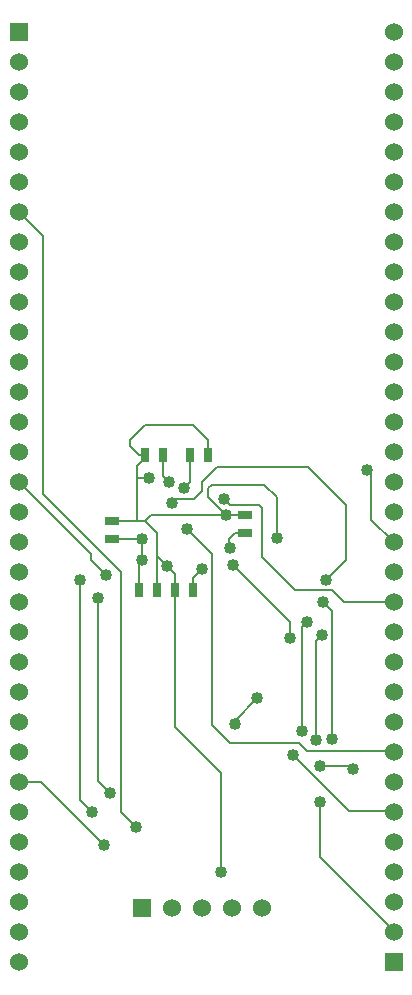
<source format=gbl>
G04 (created by PCBNEW (2013-05-31 BZR 4019)-stable) date 7/10/2013 3:54:15 PM*
%MOIN*%
G04 Gerber Fmt 3.4, Leading zero omitted, Abs format*
%FSLAX34Y34*%
G01*
G70*
G90*
G04 APERTURE LIST*
%ADD10C,0.00590551*%
%ADD11R,0.025X0.045*%
%ADD12R,0.045X0.025*%
%ADD13R,0.06X0.06*%
%ADD14C,0.06*%
%ADD15C,0.04*%
%ADD16C,0.007*%
G04 APERTURE END LIST*
G54D10*
G54D11*
X26900Y-20150D03*
X26300Y-20150D03*
X24600Y-24650D03*
X25200Y-24650D03*
G54D12*
X23700Y-22350D03*
X23700Y-22950D03*
G54D11*
X25800Y-24650D03*
X26400Y-24650D03*
X24800Y-20150D03*
X25400Y-20150D03*
G54D12*
X28150Y-22750D03*
X28150Y-22150D03*
G54D13*
X24700Y-35250D03*
G54D14*
X25700Y-35250D03*
X26700Y-35250D03*
X27700Y-35250D03*
X28700Y-35250D03*
X20600Y-22050D03*
X20600Y-30050D03*
X20600Y-28050D03*
X20600Y-26050D03*
X20600Y-24050D03*
X20600Y-37050D03*
X20600Y-35050D03*
X20600Y-33050D03*
X20600Y-31050D03*
X20600Y-29050D03*
X20600Y-36050D03*
X20600Y-27050D03*
X20600Y-34050D03*
X20600Y-25050D03*
X20600Y-32050D03*
X20600Y-23050D03*
G54D13*
X20600Y-6050D03*
G54D14*
X20600Y-7050D03*
X20600Y-16050D03*
X20600Y-9050D03*
X20600Y-18050D03*
X20600Y-11050D03*
X20600Y-20050D03*
X20600Y-13050D03*
X20600Y-15050D03*
X20600Y-17050D03*
X20600Y-19050D03*
X20600Y-21050D03*
X20600Y-8050D03*
X20600Y-10050D03*
X20600Y-12050D03*
X20600Y-14050D03*
G54D13*
X33100Y-37050D03*
G54D14*
X33100Y-36050D03*
X33100Y-27050D03*
X33100Y-34050D03*
X33100Y-25050D03*
X33100Y-32050D03*
X33100Y-23050D03*
X33100Y-30050D03*
X33100Y-21050D03*
X33100Y-28050D03*
X33100Y-19050D03*
X33100Y-26050D03*
X33100Y-17050D03*
X33100Y-24050D03*
X33100Y-15050D03*
X33100Y-22050D03*
X33100Y-13050D03*
X33100Y-20050D03*
X33100Y-11050D03*
X33100Y-18050D03*
X33100Y-9050D03*
X33100Y-16050D03*
X33100Y-7050D03*
X33100Y-14050D03*
X33100Y-12050D03*
X33100Y-10050D03*
X33100Y-6050D03*
X33100Y-35050D03*
X33100Y-33050D03*
X33100Y-31050D03*
X33100Y-29050D03*
X33100Y-8050D03*
G54D15*
X24950Y-20900D03*
X27350Y-34050D03*
X25550Y-23850D03*
X29200Y-22900D03*
X27500Y-22150D03*
X30750Y-25050D03*
X31050Y-29600D03*
X30500Y-29650D03*
X30700Y-26150D03*
X30050Y-29350D03*
X30200Y-25700D03*
X27750Y-23800D03*
X29650Y-26250D03*
X31750Y-30600D03*
X30650Y-30500D03*
X30650Y-31700D03*
X27800Y-29100D03*
X28550Y-28250D03*
X27450Y-21600D03*
X32200Y-20650D03*
X26200Y-22600D03*
X30850Y-24300D03*
X25700Y-21750D03*
X26100Y-21250D03*
X23500Y-24150D03*
X23250Y-24900D03*
X23650Y-31400D03*
X23050Y-32050D03*
X22650Y-24300D03*
X24500Y-32550D03*
X29750Y-30150D03*
X24700Y-23650D03*
X27650Y-23250D03*
X23450Y-33150D03*
X26700Y-23950D03*
X24700Y-22950D03*
X25600Y-21050D03*
G54D16*
X24550Y-20900D02*
X24550Y-22350D01*
X24550Y-20900D02*
X24950Y-20900D01*
X24800Y-20150D02*
X24800Y-20250D01*
X24550Y-20500D02*
X24550Y-20900D01*
X24800Y-20250D02*
X24550Y-20500D01*
X27500Y-22150D02*
X25050Y-22150D01*
X25050Y-22150D02*
X25000Y-22150D01*
X25000Y-22150D02*
X24800Y-22350D01*
X25800Y-24650D02*
X25800Y-29200D01*
X27350Y-30750D02*
X27350Y-34050D01*
X25800Y-29200D02*
X27350Y-30750D01*
X25800Y-24650D02*
X25800Y-24100D01*
X25800Y-24100D02*
X25550Y-23850D01*
X25550Y-23850D02*
X25200Y-23500D01*
X26900Y-20150D02*
X26900Y-19650D01*
X24600Y-20150D02*
X24800Y-20150D01*
X24300Y-19850D02*
X24600Y-20150D01*
X24300Y-19650D02*
X24300Y-19850D01*
X24800Y-19150D02*
X24300Y-19650D01*
X26400Y-19150D02*
X24800Y-19150D01*
X26900Y-19650D02*
X26400Y-19150D01*
X26900Y-21550D02*
X27500Y-22150D01*
X26900Y-21250D02*
X26900Y-21550D01*
X27025Y-21125D02*
X26900Y-21250D01*
X28775Y-21125D02*
X27025Y-21125D01*
X29200Y-21550D02*
X28775Y-21125D01*
X29200Y-22900D02*
X29200Y-21550D01*
X27500Y-22150D02*
X28150Y-22150D01*
X25200Y-23850D02*
X25200Y-23500D01*
X25200Y-24650D02*
X25200Y-23850D01*
X25200Y-23500D02*
X25200Y-22750D01*
X24800Y-22350D02*
X24550Y-22350D01*
X24550Y-22350D02*
X24500Y-22350D01*
X23700Y-22350D02*
X24500Y-22350D01*
X25200Y-22750D02*
X24800Y-22350D01*
X30750Y-25050D02*
X31050Y-25350D01*
X31050Y-25350D02*
X31050Y-29600D01*
X30500Y-26350D02*
X30500Y-29650D01*
X30700Y-26150D02*
X30500Y-26350D01*
X30050Y-25850D02*
X30050Y-29350D01*
X30200Y-25700D02*
X30050Y-25850D01*
X27750Y-23800D02*
X29650Y-25700D01*
X29650Y-25700D02*
X29650Y-26250D01*
X31750Y-30600D02*
X31650Y-30500D01*
X31650Y-30500D02*
X30650Y-30500D01*
X30650Y-31700D02*
X30650Y-32400D01*
X30650Y-32400D02*
X30650Y-33550D01*
X30650Y-33550D02*
X33100Y-36000D01*
X27800Y-29000D02*
X27800Y-29100D01*
X28550Y-28250D02*
X27800Y-29000D01*
X33100Y-25050D02*
X31450Y-25050D01*
X27650Y-21800D02*
X27450Y-21600D01*
X28600Y-21800D02*
X27650Y-21800D01*
X28700Y-21900D02*
X28600Y-21800D01*
X28700Y-23550D02*
X28700Y-21900D01*
X29800Y-24650D02*
X28700Y-23550D01*
X31050Y-24650D02*
X29800Y-24650D01*
X31450Y-25050D02*
X31050Y-24650D01*
X32350Y-22300D02*
X33100Y-23050D01*
X32350Y-20800D02*
X32350Y-22300D01*
X32200Y-20650D02*
X32350Y-20800D01*
X30200Y-30000D02*
X33100Y-30000D01*
X29950Y-29750D02*
X30200Y-30000D01*
X27650Y-29750D02*
X29950Y-29750D01*
X27050Y-29150D02*
X27650Y-29750D01*
X27050Y-23450D02*
X27050Y-29150D01*
X26200Y-22600D02*
X27050Y-23450D01*
X31500Y-23650D02*
X30850Y-24300D01*
X31500Y-21800D02*
X31500Y-23650D01*
X30250Y-20550D02*
X31500Y-21800D01*
X27200Y-20550D02*
X30250Y-20550D01*
X26700Y-21050D02*
X27200Y-20550D01*
X26700Y-21350D02*
X26700Y-21050D01*
X26450Y-21600D02*
X26700Y-21350D01*
X25850Y-21600D02*
X26450Y-21600D01*
X25700Y-21750D02*
X25850Y-21600D01*
X26300Y-21050D02*
X26300Y-20150D01*
X26100Y-21250D02*
X26300Y-21050D01*
X23000Y-23450D02*
X20600Y-21050D01*
X23000Y-23650D02*
X23000Y-23450D01*
X23500Y-24150D02*
X23000Y-23650D01*
X23250Y-31000D02*
X23250Y-24900D01*
X23650Y-31400D02*
X23250Y-31000D01*
X23050Y-32050D02*
X22650Y-31650D01*
X22650Y-31650D02*
X22650Y-24300D01*
X21400Y-12850D02*
X20600Y-12050D01*
X21400Y-21450D02*
X21400Y-12850D01*
X24000Y-24050D02*
X21400Y-21450D01*
X24000Y-32050D02*
X24000Y-24050D01*
X24500Y-32550D02*
X24000Y-32050D01*
X31600Y-32000D02*
X33100Y-32000D01*
X29750Y-30150D02*
X31600Y-32000D01*
X27800Y-22750D02*
X28150Y-22750D01*
X27600Y-22950D02*
X27800Y-22750D01*
X27600Y-23200D02*
X27600Y-22950D01*
X27650Y-23250D02*
X27600Y-23200D01*
X21350Y-31050D02*
X20600Y-31050D01*
X23450Y-33150D02*
X21350Y-31050D01*
X26400Y-24250D02*
X26700Y-23950D01*
X26400Y-24650D02*
X26400Y-24250D01*
X24700Y-23650D02*
X24700Y-22950D01*
X24600Y-23750D02*
X24700Y-23650D01*
X25400Y-20850D02*
X25600Y-21050D01*
X25400Y-20150D02*
X25400Y-20850D01*
X24600Y-24650D02*
X24600Y-23750D01*
X23700Y-22950D02*
X24700Y-22950D01*
M02*

</source>
